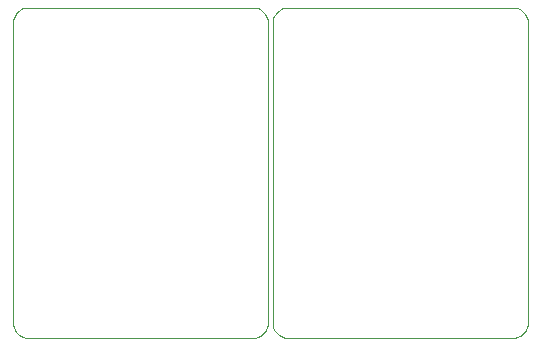
<source format=gko>
%MOIN*%
%OFA0B0*%
%FSLAX44Y44*%
%IPPOS*%
%LPD*%
%ADD10C,0*%
D10*
X00017110Y00000417D02*
X00017110Y00000417D01*
X00017188Y00000423D01*
X00017264Y00000441D01*
X00017337Y00000471D01*
X00017404Y00000512D01*
X00017463Y00000563D01*
X00017514Y00000623D01*
X00017555Y00000690D01*
X00017585Y00000762D01*
X00017604Y00000839D01*
X00017610Y00000917D01*
X00017610Y00010917D01*
X00017604Y00010995D01*
X00017585Y00011071D01*
X00017555Y00011144D01*
X00017514Y00011211D01*
X00017463Y00011270D01*
X00017404Y00011321D01*
X00017337Y00011362D01*
X00017264Y00011392D01*
X00017188Y00011411D01*
X00017110Y00011417D01*
X00009610Y00011417D01*
X00009532Y00011411D01*
X00009455Y00011392D01*
X00009383Y00011362D01*
X00009316Y00011321D01*
X00009256Y00011270D01*
X00009205Y00011211D01*
X00009164Y00011144D01*
X00009134Y00011071D01*
X00009116Y00010995D01*
X00009110Y00010917D01*
X00009110Y00000917D01*
X00009116Y00000839D01*
X00009134Y00000762D01*
X00009164Y00000690D01*
X00009205Y00000623D01*
X00009256Y00000563D01*
X00009316Y00000512D01*
X00009383Y00000471D01*
X00009455Y00000441D01*
X00009532Y00000423D01*
X00009610Y00000417D01*
X00017110Y00000417D01*
X00008448Y00000417D02*
X00008448Y00000417D01*
X00008527Y00000423D01*
X00008603Y00000441D01*
X00008675Y00000471D01*
X00008742Y00000512D01*
X00008802Y00000563D01*
X00008853Y00000623D01*
X00008894Y00000690D01*
X00008924Y00000762D01*
X00008942Y00000839D01*
X00008948Y00000917D01*
X00008948Y00010917D01*
X00008942Y00010995D01*
X00008924Y00011071D01*
X00008894Y00011144D01*
X00008853Y00011211D01*
X00008802Y00011270D01*
X00008742Y00011321D01*
X00008675Y00011362D01*
X00008603Y00011392D01*
X00008527Y00011411D01*
X00008448Y00011417D01*
X00000948Y00011417D01*
X00000870Y00011411D01*
X00000794Y00011392D01*
X00000721Y00011362D01*
X00000654Y00011321D01*
X00000595Y00011270D01*
X00000544Y00011211D01*
X00000503Y00011144D01*
X00000473Y00011071D01*
X00000454Y00010995D01*
X00000448Y00010917D01*
X00000448Y00000917D01*
X00000454Y00000839D01*
X00000473Y00000762D01*
X00000503Y00000690D01*
X00000544Y00000623D01*
X00000595Y00000563D01*
X00000654Y00000512D01*
X00000721Y00000471D01*
X00000794Y00000441D01*
X00000870Y00000423D01*
X00000948Y00000417D01*
X00008448Y00000417D01*
M02*
</source>
